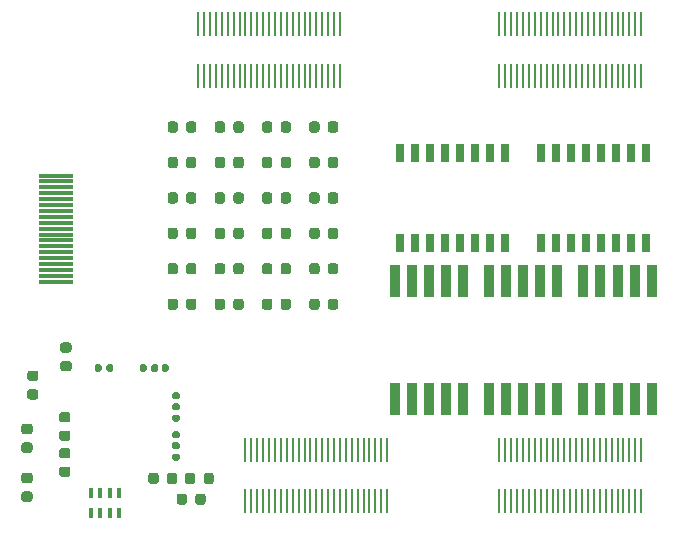
<source format=gbr>
G04 #@! TF.GenerationSoftware,KiCad,Pcbnew,(5.99.0-3349-gc9824bbd9)*
G04 #@! TF.CreationDate,2020-09-24T10:21:51-07:00*
G04 #@! TF.ProjectId,Alchitry_IO_Shield,416c6368-6974-4727-995f-494f5f536869,rev?*
G04 #@! TF.SameCoordinates,Original*
G04 #@! TF.FileFunction,Paste,Top*
G04 #@! TF.FilePolarity,Positive*
%FSLAX46Y46*%
G04 Gerber Fmt 4.6, Leading zero omitted, Abs format (unit mm)*
G04 Created by KiCad (PCBNEW (5.99.0-3349-gc9824bbd9)) date 2020-09-24 10:21:51*
%MOMM*%
%LPD*%
G01*
G04 APERTURE LIST*
%ADD10R,0.760000X1.600000*%
%ADD11R,0.250000X2.000000*%
%ADD12R,3.000000X0.300000*%
%ADD13R,0.900000X2.800000*%
%ADD14R,0.400000X0.900000*%
G04 APERTURE END LIST*
G36*
G01*
X30772500Y-51245000D02*
X30427500Y-51245000D01*
G75*
G02*
X30280000Y-51097500I0J147500D01*
G01*
X30280000Y-50802500D01*
G75*
G02*
X30427500Y-50655000I147500J0D01*
G01*
X30772500Y-50655000D01*
G75*
G02*
X30920000Y-50802500I0J-147500D01*
G01*
X30920000Y-51097500D01*
G75*
G02*
X30772500Y-51245000I-147500J0D01*
G01*
G37*
G36*
G01*
X30772500Y-50275000D02*
X30427500Y-50275000D01*
G75*
G02*
X30280000Y-50127500I0J147500D01*
G01*
X30280000Y-49832500D01*
G75*
G02*
X30427500Y-49685000I147500J0D01*
G01*
X30772500Y-49685000D01*
G75*
G02*
X30920000Y-49832500I0J-147500D01*
G01*
X30920000Y-50127500D01*
G75*
G02*
X30772500Y-50275000I-147500J0D01*
G01*
G37*
G36*
G01*
X30772500Y-49360000D02*
X30427500Y-49360000D01*
G75*
G02*
X30280000Y-49212500I0J147500D01*
G01*
X30280000Y-48917500D01*
G75*
G02*
X30427500Y-48770000I147500J0D01*
G01*
X30772500Y-48770000D01*
G75*
G02*
X30920000Y-48917500I0J-147500D01*
G01*
X30920000Y-49212500D01*
G75*
G02*
X30772500Y-49360000I-147500J0D01*
G01*
G37*
G36*
G01*
X25295000Y-43227500D02*
X25295000Y-43572500D01*
G75*
G02*
X25147500Y-43720000I-147500J0D01*
G01*
X24852500Y-43720000D01*
G75*
G02*
X24705000Y-43572500I0J147500D01*
G01*
X24705000Y-43227500D01*
G75*
G02*
X24852500Y-43080000I147500J0D01*
G01*
X25147500Y-43080000D01*
G75*
G02*
X25295000Y-43227500I0J-147500D01*
G01*
G37*
G36*
G01*
X24325000Y-43227500D02*
X24325000Y-43572500D01*
G75*
G02*
X24177500Y-43720000I-147500J0D01*
G01*
X23882500Y-43720000D01*
G75*
G02*
X23735000Y-43572500I0J147500D01*
G01*
X23735000Y-43227500D01*
G75*
G02*
X23882500Y-43080000I147500J0D01*
G01*
X24177500Y-43080000D01*
G75*
G02*
X24325000Y-43227500I0J-147500D01*
G01*
G37*
D10*
X49555000Y-32810000D03*
X50825000Y-32810000D03*
X52095000Y-32810000D03*
X53365000Y-32810000D03*
X54635000Y-32810000D03*
X55905000Y-32810000D03*
X57175000Y-32810000D03*
X58445000Y-32810000D03*
X58445000Y-25190000D03*
X57175000Y-25190000D03*
X55905000Y-25190000D03*
X54635000Y-25190000D03*
X53365000Y-25190000D03*
X52095000Y-25190000D03*
X50825000Y-25190000D03*
X49555000Y-25190000D03*
D11*
X32500000Y-18700000D03*
X33000000Y-18700000D03*
X33500000Y-18700000D03*
X34000000Y-18700000D03*
X34500000Y-18700000D03*
X35000000Y-18700000D03*
X35500000Y-18700000D03*
X36000000Y-18700000D03*
X36500000Y-18700000D03*
X37000000Y-18700000D03*
X37500000Y-18700000D03*
X38000000Y-18700000D03*
X38500000Y-18700000D03*
X39000000Y-18700000D03*
X39500000Y-18700000D03*
X40000000Y-18700000D03*
X40500000Y-18700000D03*
X41000000Y-18700000D03*
X41500000Y-18700000D03*
X42000000Y-18700000D03*
X42500000Y-18700000D03*
X43000000Y-18700000D03*
X43500000Y-18700000D03*
X44000000Y-18700000D03*
X44500000Y-18700000D03*
X44500000Y-14300000D03*
X44000000Y-14300000D03*
X43500000Y-14300000D03*
X43000000Y-14300000D03*
X42500000Y-14300000D03*
X42000000Y-14300000D03*
X41500000Y-14300000D03*
X41000000Y-14300000D03*
X40500000Y-14300000D03*
X40000000Y-14300000D03*
X39500000Y-14300000D03*
X39000000Y-14300000D03*
X38500000Y-14300000D03*
X38000000Y-14300000D03*
X37500000Y-14300000D03*
X37000000Y-14300000D03*
X36500000Y-14300000D03*
X36000000Y-14300000D03*
X35500000Y-14300000D03*
X35000000Y-14300000D03*
X34500000Y-14300000D03*
X34000000Y-14300000D03*
X33500000Y-14300000D03*
X33000000Y-14300000D03*
X32500000Y-14300000D03*
X58000000Y-18700000D03*
X58500000Y-18700000D03*
X59000000Y-18700000D03*
X59500000Y-18700000D03*
X60000000Y-18700000D03*
X60500000Y-18700000D03*
X61000000Y-18700000D03*
X61500000Y-18700000D03*
X62000000Y-18700000D03*
X62500000Y-18700000D03*
X63000000Y-18700000D03*
X63500000Y-18700000D03*
X64000000Y-18700000D03*
X64500000Y-18700000D03*
X65000000Y-18700000D03*
X65500000Y-18700000D03*
X66000000Y-18700000D03*
X66500000Y-18700000D03*
X67000000Y-18700000D03*
X67500000Y-18700000D03*
X68000000Y-18700000D03*
X68500000Y-18700000D03*
X69000000Y-18700000D03*
X69500000Y-18700000D03*
X70000000Y-18700000D03*
X70000000Y-14300000D03*
X69500000Y-14300000D03*
X69000000Y-14300000D03*
X68500000Y-14300000D03*
X68000000Y-14300000D03*
X67500000Y-14300000D03*
X67000000Y-14300000D03*
X66500000Y-14300000D03*
X66000000Y-14300000D03*
X65500000Y-14300000D03*
X65000000Y-14300000D03*
X64500000Y-14300000D03*
X64000000Y-14300000D03*
X63500000Y-14300000D03*
X63000000Y-14300000D03*
X62500000Y-14300000D03*
X62000000Y-14300000D03*
X61500000Y-14300000D03*
X61000000Y-14300000D03*
X60500000Y-14300000D03*
X60000000Y-14300000D03*
X59500000Y-14300000D03*
X59000000Y-14300000D03*
X58500000Y-14300000D03*
X58000000Y-14300000D03*
X36500000Y-54700000D03*
X37000000Y-54700000D03*
X37500000Y-54700000D03*
X38000000Y-54700000D03*
X38500000Y-54700000D03*
X39000000Y-54700000D03*
X39500000Y-54700000D03*
X40000000Y-54700000D03*
X40500000Y-54700000D03*
X41000000Y-54700000D03*
X41500000Y-54700000D03*
X42000000Y-54700000D03*
X42500000Y-54700000D03*
X43000000Y-54700000D03*
X43500000Y-54700000D03*
X44000000Y-54700000D03*
X44500000Y-54700000D03*
X45000000Y-54700000D03*
X45500000Y-54700000D03*
X46000000Y-54700000D03*
X46500000Y-54700000D03*
X47000000Y-54700000D03*
X47500000Y-54700000D03*
X48000000Y-54700000D03*
X48500000Y-54700000D03*
X48500000Y-50300000D03*
X48000000Y-50300000D03*
X47500000Y-50300000D03*
X47000000Y-50300000D03*
X46500000Y-50300000D03*
X46000000Y-50300000D03*
X45500000Y-50300000D03*
X45000000Y-50300000D03*
X44500000Y-50300000D03*
X44000000Y-50300000D03*
X43500000Y-50300000D03*
X43000000Y-50300000D03*
X42500000Y-50300000D03*
X42000000Y-50300000D03*
X41500000Y-50300000D03*
X41000000Y-50300000D03*
X40500000Y-50300000D03*
X40000000Y-50300000D03*
X39500000Y-50300000D03*
X39000000Y-50300000D03*
X38500000Y-50300000D03*
X38000000Y-50300000D03*
X37500000Y-50300000D03*
X37000000Y-50300000D03*
X36500000Y-50300000D03*
X58000000Y-54700000D03*
X58500000Y-54700000D03*
X59000000Y-54700000D03*
X59500000Y-54700000D03*
X60000000Y-54700000D03*
X60500000Y-54700000D03*
X61000000Y-54700000D03*
X61500000Y-54700000D03*
X62000000Y-54700000D03*
X62500000Y-54700000D03*
X63000000Y-54700000D03*
X63500000Y-54700000D03*
X64000000Y-54700000D03*
X64500000Y-54700000D03*
X65000000Y-54700000D03*
X65500000Y-54700000D03*
X66000000Y-54700000D03*
X66500000Y-54700000D03*
X67000000Y-54700000D03*
X67500000Y-54700000D03*
X68000000Y-54700000D03*
X68500000Y-54700000D03*
X69000000Y-54700000D03*
X69500000Y-54700000D03*
X70000000Y-54700000D03*
X70000000Y-50300000D03*
X69500000Y-50300000D03*
X69000000Y-50300000D03*
X68500000Y-50300000D03*
X68000000Y-50300000D03*
X67500000Y-50300000D03*
X67000000Y-50300000D03*
X66500000Y-50300000D03*
X66000000Y-50300000D03*
X65500000Y-50300000D03*
X65000000Y-50300000D03*
X64500000Y-50300000D03*
X64000000Y-50300000D03*
X63500000Y-50300000D03*
X63000000Y-50300000D03*
X62500000Y-50300000D03*
X62000000Y-50300000D03*
X61500000Y-50300000D03*
X61000000Y-50300000D03*
X60500000Y-50300000D03*
X60000000Y-50300000D03*
X59500000Y-50300000D03*
X59000000Y-50300000D03*
X58500000Y-50300000D03*
X58000000Y-50300000D03*
D12*
X20500000Y-36100000D03*
X20500000Y-35600000D03*
X20500000Y-35100000D03*
X20500000Y-34600000D03*
X20500000Y-34100000D03*
X20500000Y-33600000D03*
X20500000Y-33100000D03*
X20500000Y-32600000D03*
X20500000Y-32100000D03*
X20500000Y-31600000D03*
X20500000Y-31100000D03*
X20500000Y-30600000D03*
X20500000Y-30100000D03*
X20500000Y-29600000D03*
X20500000Y-29100000D03*
X20500000Y-28600000D03*
X20500000Y-28100000D03*
X20500000Y-27600000D03*
X20500000Y-27100000D03*
G36*
G01*
X30772500Y-47945000D02*
X30427500Y-47945000D01*
G75*
G02*
X30280000Y-47797500I0J147500D01*
G01*
X30280000Y-47502500D01*
G75*
G02*
X30427500Y-47355000I147500J0D01*
G01*
X30772500Y-47355000D01*
G75*
G02*
X30920000Y-47502500I0J-147500D01*
G01*
X30920000Y-47797500D01*
G75*
G02*
X30772500Y-47945000I-147500J0D01*
G01*
G37*
G36*
G01*
X30772500Y-46975000D02*
X30427500Y-46975000D01*
G75*
G02*
X30280000Y-46827500I0J147500D01*
G01*
X30280000Y-46532500D01*
G75*
G02*
X30427500Y-46385000I147500J0D01*
G01*
X30772500Y-46385000D01*
G75*
G02*
X30920000Y-46532500I0J-147500D01*
G01*
X30920000Y-46827500D01*
G75*
G02*
X30772500Y-46975000I-147500J0D01*
G01*
G37*
G36*
G01*
X30772500Y-46060000D02*
X30427500Y-46060000D01*
G75*
G02*
X30280000Y-45912500I0J147500D01*
G01*
X30280000Y-45617500D01*
G75*
G02*
X30427500Y-45470000I147500J0D01*
G01*
X30772500Y-45470000D01*
G75*
G02*
X30920000Y-45617500I0J-147500D01*
G01*
X30920000Y-45912500D01*
G75*
G02*
X30772500Y-46060000I-147500J0D01*
G01*
G37*
G36*
G01*
X27535000Y-43572500D02*
X27535000Y-43227500D01*
G75*
G02*
X27682500Y-43080000I147500J0D01*
G01*
X27977500Y-43080000D01*
G75*
G02*
X28125000Y-43227500I0J-147500D01*
G01*
X28125000Y-43572500D01*
G75*
G02*
X27977500Y-43720000I-147500J0D01*
G01*
X27682500Y-43720000D01*
G75*
G02*
X27535000Y-43572500I0J147500D01*
G01*
G37*
G36*
G01*
X28505000Y-43572500D02*
X28505000Y-43227500D01*
G75*
G02*
X28652500Y-43080000I147500J0D01*
G01*
X28947500Y-43080000D01*
G75*
G02*
X29095000Y-43227500I0J-147500D01*
G01*
X29095000Y-43572500D01*
G75*
G02*
X28947500Y-43720000I-147500J0D01*
G01*
X28652500Y-43720000D01*
G75*
G02*
X28505000Y-43572500I0J147500D01*
G01*
G37*
G36*
G01*
X29420000Y-43572500D02*
X29420000Y-43227500D01*
G75*
G02*
X29567500Y-43080000I147500J0D01*
G01*
X29862500Y-43080000D01*
G75*
G02*
X30010000Y-43227500I0J-147500D01*
G01*
X30010000Y-43572500D01*
G75*
G02*
X29862500Y-43720000I-147500J0D01*
G01*
X29567500Y-43720000D01*
G75*
G02*
X29420000Y-43572500I0J147500D01*
G01*
G37*
D13*
X57120000Y-46000000D03*
X58560000Y-46000000D03*
X60000000Y-46000000D03*
X61440000Y-46000000D03*
X62880000Y-46000000D03*
X62880000Y-36000000D03*
X61440000Y-36000000D03*
X60000000Y-36000000D03*
X58560000Y-36000000D03*
X57120000Y-36000000D03*
D10*
X61555000Y-32810000D03*
X62825000Y-32810000D03*
X64095000Y-32810000D03*
X65365000Y-32810000D03*
X66635000Y-32810000D03*
X67905000Y-32810000D03*
X69175000Y-32810000D03*
X70445000Y-32810000D03*
X70445000Y-25190000D03*
X69175000Y-25190000D03*
X67905000Y-25190000D03*
X66635000Y-25190000D03*
X65365000Y-25190000D03*
X64095000Y-25190000D03*
X62825000Y-25190000D03*
X61555000Y-25190000D03*
G36*
G01*
X29900000Y-35256250D02*
X29900000Y-34743750D01*
G75*
G02*
X30118750Y-34525000I218750J0D01*
G01*
X30556250Y-34525000D01*
G75*
G02*
X30775000Y-34743750I0J-218750D01*
G01*
X30775000Y-35256250D01*
G75*
G02*
X30556250Y-35475000I-218750J0D01*
G01*
X30118750Y-35475000D01*
G75*
G02*
X29900000Y-35256250I0J218750D01*
G01*
G37*
G36*
G01*
X31475000Y-35256250D02*
X31475000Y-34743750D01*
G75*
G02*
X31693750Y-34525000I218750J0D01*
G01*
X32131250Y-34525000D01*
G75*
G02*
X32350000Y-34743750I0J-218750D01*
G01*
X32350000Y-35256250D01*
G75*
G02*
X32131250Y-35475000I-218750J0D01*
G01*
X31693750Y-35475000D01*
G75*
G02*
X31475000Y-35256250I0J218750D01*
G01*
G37*
G36*
G01*
X41900000Y-32256250D02*
X41900000Y-31743750D01*
G75*
G02*
X42118750Y-31525000I218750J0D01*
G01*
X42556250Y-31525000D01*
G75*
G02*
X42775000Y-31743750I0J-218750D01*
G01*
X42775000Y-32256250D01*
G75*
G02*
X42556250Y-32475000I-218750J0D01*
G01*
X42118750Y-32475000D01*
G75*
G02*
X41900000Y-32256250I0J218750D01*
G01*
G37*
G36*
G01*
X43475000Y-32256250D02*
X43475000Y-31743750D01*
G75*
G02*
X43693750Y-31525000I218750J0D01*
G01*
X44131250Y-31525000D01*
G75*
G02*
X44350000Y-31743750I0J-218750D01*
G01*
X44350000Y-32256250D01*
G75*
G02*
X44131250Y-32475000I-218750J0D01*
G01*
X43693750Y-32475000D01*
G75*
G02*
X43475000Y-32256250I0J218750D01*
G01*
G37*
G36*
G01*
X33900000Y-32256250D02*
X33900000Y-31743750D01*
G75*
G02*
X34118750Y-31525000I218750J0D01*
G01*
X34556250Y-31525000D01*
G75*
G02*
X34775000Y-31743750I0J-218750D01*
G01*
X34775000Y-32256250D01*
G75*
G02*
X34556250Y-32475000I-218750J0D01*
G01*
X34118750Y-32475000D01*
G75*
G02*
X33900000Y-32256250I0J218750D01*
G01*
G37*
G36*
G01*
X35475000Y-32256250D02*
X35475000Y-31743750D01*
G75*
G02*
X35693750Y-31525000I218750J0D01*
G01*
X36131250Y-31525000D01*
G75*
G02*
X36350000Y-31743750I0J-218750D01*
G01*
X36350000Y-32256250D01*
G75*
G02*
X36131250Y-32475000I-218750J0D01*
G01*
X35693750Y-32475000D01*
G75*
G02*
X35475000Y-32256250I0J218750D01*
G01*
G37*
G36*
G01*
X37900000Y-38256250D02*
X37900000Y-37743750D01*
G75*
G02*
X38118750Y-37525000I218750J0D01*
G01*
X38556250Y-37525000D01*
G75*
G02*
X38775000Y-37743750I0J-218750D01*
G01*
X38775000Y-38256250D01*
G75*
G02*
X38556250Y-38475000I-218750J0D01*
G01*
X38118750Y-38475000D01*
G75*
G02*
X37900000Y-38256250I0J218750D01*
G01*
G37*
G36*
G01*
X39475000Y-38256250D02*
X39475000Y-37743750D01*
G75*
G02*
X39693750Y-37525000I218750J0D01*
G01*
X40131250Y-37525000D01*
G75*
G02*
X40350000Y-37743750I0J-218750D01*
G01*
X40350000Y-38256250D01*
G75*
G02*
X40131250Y-38475000I-218750J0D01*
G01*
X39693750Y-38475000D01*
G75*
G02*
X39475000Y-38256250I0J218750D01*
G01*
G37*
G36*
G01*
X41900000Y-38256250D02*
X41900000Y-37743750D01*
G75*
G02*
X42118750Y-37525000I218750J0D01*
G01*
X42556250Y-37525000D01*
G75*
G02*
X42775000Y-37743750I0J-218750D01*
G01*
X42775000Y-38256250D01*
G75*
G02*
X42556250Y-38475000I-218750J0D01*
G01*
X42118750Y-38475000D01*
G75*
G02*
X41900000Y-38256250I0J218750D01*
G01*
G37*
G36*
G01*
X43475000Y-38256250D02*
X43475000Y-37743750D01*
G75*
G02*
X43693750Y-37525000I218750J0D01*
G01*
X44131250Y-37525000D01*
G75*
G02*
X44350000Y-37743750I0J-218750D01*
G01*
X44350000Y-38256250D01*
G75*
G02*
X44131250Y-38475000I-218750J0D01*
G01*
X43693750Y-38475000D01*
G75*
G02*
X43475000Y-38256250I0J218750D01*
G01*
G37*
G36*
G01*
X29900000Y-38256250D02*
X29900000Y-37743750D01*
G75*
G02*
X30118750Y-37525000I218750J0D01*
G01*
X30556250Y-37525000D01*
G75*
G02*
X30775000Y-37743750I0J-218750D01*
G01*
X30775000Y-38256250D01*
G75*
G02*
X30556250Y-38475000I-218750J0D01*
G01*
X30118750Y-38475000D01*
G75*
G02*
X29900000Y-38256250I0J218750D01*
G01*
G37*
G36*
G01*
X31475000Y-38256250D02*
X31475000Y-37743750D01*
G75*
G02*
X31693750Y-37525000I218750J0D01*
G01*
X32131250Y-37525000D01*
G75*
G02*
X32350000Y-37743750I0J-218750D01*
G01*
X32350000Y-38256250D01*
G75*
G02*
X32131250Y-38475000I-218750J0D01*
G01*
X31693750Y-38475000D01*
G75*
G02*
X31475000Y-38256250I0J218750D01*
G01*
G37*
G36*
G01*
X41900000Y-29256250D02*
X41900000Y-28743750D01*
G75*
G02*
X42118750Y-28525000I218750J0D01*
G01*
X42556250Y-28525000D01*
G75*
G02*
X42775000Y-28743750I0J-218750D01*
G01*
X42775000Y-29256250D01*
G75*
G02*
X42556250Y-29475000I-218750J0D01*
G01*
X42118750Y-29475000D01*
G75*
G02*
X41900000Y-29256250I0J218750D01*
G01*
G37*
G36*
G01*
X43475000Y-29256250D02*
X43475000Y-28743750D01*
G75*
G02*
X43693750Y-28525000I218750J0D01*
G01*
X44131250Y-28525000D01*
G75*
G02*
X44350000Y-28743750I0J-218750D01*
G01*
X44350000Y-29256250D01*
G75*
G02*
X44131250Y-29475000I-218750J0D01*
G01*
X43693750Y-29475000D01*
G75*
G02*
X43475000Y-29256250I0J218750D01*
G01*
G37*
G36*
G01*
X33900000Y-35256250D02*
X33900000Y-34743750D01*
G75*
G02*
X34118750Y-34525000I218750J0D01*
G01*
X34556250Y-34525000D01*
G75*
G02*
X34775000Y-34743750I0J-218750D01*
G01*
X34775000Y-35256250D01*
G75*
G02*
X34556250Y-35475000I-218750J0D01*
G01*
X34118750Y-35475000D01*
G75*
G02*
X33900000Y-35256250I0J218750D01*
G01*
G37*
G36*
G01*
X35475000Y-35256250D02*
X35475000Y-34743750D01*
G75*
G02*
X35693750Y-34525000I218750J0D01*
G01*
X36131250Y-34525000D01*
G75*
G02*
X36350000Y-34743750I0J-218750D01*
G01*
X36350000Y-35256250D01*
G75*
G02*
X36131250Y-35475000I-218750J0D01*
G01*
X35693750Y-35475000D01*
G75*
G02*
X35475000Y-35256250I0J218750D01*
G01*
G37*
G36*
G01*
X41900000Y-35256250D02*
X41900000Y-34743750D01*
G75*
G02*
X42118750Y-34525000I218750J0D01*
G01*
X42556250Y-34525000D01*
G75*
G02*
X42775000Y-34743750I0J-218750D01*
G01*
X42775000Y-35256250D01*
G75*
G02*
X42556250Y-35475000I-218750J0D01*
G01*
X42118750Y-35475000D01*
G75*
G02*
X41900000Y-35256250I0J218750D01*
G01*
G37*
G36*
G01*
X43475000Y-35256250D02*
X43475000Y-34743750D01*
G75*
G02*
X43693750Y-34525000I218750J0D01*
G01*
X44131250Y-34525000D01*
G75*
G02*
X44350000Y-34743750I0J-218750D01*
G01*
X44350000Y-35256250D01*
G75*
G02*
X44131250Y-35475000I-218750J0D01*
G01*
X43693750Y-35475000D01*
G75*
G02*
X43475000Y-35256250I0J218750D01*
G01*
G37*
G36*
G01*
X29900000Y-32256250D02*
X29900000Y-31743750D01*
G75*
G02*
X30118750Y-31525000I218750J0D01*
G01*
X30556250Y-31525000D01*
G75*
G02*
X30775000Y-31743750I0J-218750D01*
G01*
X30775000Y-32256250D01*
G75*
G02*
X30556250Y-32475000I-218750J0D01*
G01*
X30118750Y-32475000D01*
G75*
G02*
X29900000Y-32256250I0J218750D01*
G01*
G37*
G36*
G01*
X31475000Y-32256250D02*
X31475000Y-31743750D01*
G75*
G02*
X31693750Y-31525000I218750J0D01*
G01*
X32131250Y-31525000D01*
G75*
G02*
X32350000Y-31743750I0J-218750D01*
G01*
X32350000Y-32256250D01*
G75*
G02*
X32131250Y-32475000I-218750J0D01*
G01*
X31693750Y-32475000D01*
G75*
G02*
X31475000Y-32256250I0J218750D01*
G01*
G37*
G36*
G01*
X37900000Y-29256250D02*
X37900000Y-28743750D01*
G75*
G02*
X38118750Y-28525000I218750J0D01*
G01*
X38556250Y-28525000D01*
G75*
G02*
X38775000Y-28743750I0J-218750D01*
G01*
X38775000Y-29256250D01*
G75*
G02*
X38556250Y-29475000I-218750J0D01*
G01*
X38118750Y-29475000D01*
G75*
G02*
X37900000Y-29256250I0J218750D01*
G01*
G37*
G36*
G01*
X39475000Y-29256250D02*
X39475000Y-28743750D01*
G75*
G02*
X39693750Y-28525000I218750J0D01*
G01*
X40131250Y-28525000D01*
G75*
G02*
X40350000Y-28743750I0J-218750D01*
G01*
X40350000Y-29256250D01*
G75*
G02*
X40131250Y-29475000I-218750J0D01*
G01*
X39693750Y-29475000D01*
G75*
G02*
X39475000Y-29256250I0J218750D01*
G01*
G37*
G36*
G01*
X37900000Y-35256250D02*
X37900000Y-34743750D01*
G75*
G02*
X38118750Y-34525000I218750J0D01*
G01*
X38556250Y-34525000D01*
G75*
G02*
X38775000Y-34743750I0J-218750D01*
G01*
X38775000Y-35256250D01*
G75*
G02*
X38556250Y-35475000I-218750J0D01*
G01*
X38118750Y-35475000D01*
G75*
G02*
X37900000Y-35256250I0J218750D01*
G01*
G37*
G36*
G01*
X39475000Y-35256250D02*
X39475000Y-34743750D01*
G75*
G02*
X39693750Y-34525000I218750J0D01*
G01*
X40131250Y-34525000D01*
G75*
G02*
X40350000Y-34743750I0J-218750D01*
G01*
X40350000Y-35256250D01*
G75*
G02*
X40131250Y-35475000I-218750J0D01*
G01*
X39693750Y-35475000D01*
G75*
G02*
X39475000Y-35256250I0J218750D01*
G01*
G37*
G36*
G01*
X33900000Y-29256250D02*
X33900000Y-28743750D01*
G75*
G02*
X34118750Y-28525000I218750J0D01*
G01*
X34556250Y-28525000D01*
G75*
G02*
X34775000Y-28743750I0J-218750D01*
G01*
X34775000Y-29256250D01*
G75*
G02*
X34556250Y-29475000I-218750J0D01*
G01*
X34118750Y-29475000D01*
G75*
G02*
X33900000Y-29256250I0J218750D01*
G01*
G37*
G36*
G01*
X35475000Y-29256250D02*
X35475000Y-28743750D01*
G75*
G02*
X35693750Y-28525000I218750J0D01*
G01*
X36131250Y-28525000D01*
G75*
G02*
X36350000Y-28743750I0J-218750D01*
G01*
X36350000Y-29256250D01*
G75*
G02*
X36131250Y-29475000I-218750J0D01*
G01*
X35693750Y-29475000D01*
G75*
G02*
X35475000Y-29256250I0J218750D01*
G01*
G37*
G36*
G01*
X37900000Y-32256250D02*
X37900000Y-31743750D01*
G75*
G02*
X38118750Y-31525000I218750J0D01*
G01*
X38556250Y-31525000D01*
G75*
G02*
X38775000Y-31743750I0J-218750D01*
G01*
X38775000Y-32256250D01*
G75*
G02*
X38556250Y-32475000I-218750J0D01*
G01*
X38118750Y-32475000D01*
G75*
G02*
X37900000Y-32256250I0J218750D01*
G01*
G37*
G36*
G01*
X39475000Y-32256250D02*
X39475000Y-31743750D01*
G75*
G02*
X39693750Y-31525000I218750J0D01*
G01*
X40131250Y-31525000D01*
G75*
G02*
X40350000Y-31743750I0J-218750D01*
G01*
X40350000Y-32256250D01*
G75*
G02*
X40131250Y-32475000I-218750J0D01*
G01*
X39693750Y-32475000D01*
G75*
G02*
X39475000Y-32256250I0J218750D01*
G01*
G37*
G36*
G01*
X33900000Y-38256250D02*
X33900000Y-37743750D01*
G75*
G02*
X34118750Y-37525000I218750J0D01*
G01*
X34556250Y-37525000D01*
G75*
G02*
X34775000Y-37743750I0J-218750D01*
G01*
X34775000Y-38256250D01*
G75*
G02*
X34556250Y-38475000I-218750J0D01*
G01*
X34118750Y-38475000D01*
G75*
G02*
X33900000Y-38256250I0J218750D01*
G01*
G37*
G36*
G01*
X35475000Y-38256250D02*
X35475000Y-37743750D01*
G75*
G02*
X35693750Y-37525000I218750J0D01*
G01*
X36131250Y-37525000D01*
G75*
G02*
X36350000Y-37743750I0J-218750D01*
G01*
X36350000Y-38256250D01*
G75*
G02*
X36131250Y-38475000I-218750J0D01*
G01*
X35693750Y-38475000D01*
G75*
G02*
X35475000Y-38256250I0J218750D01*
G01*
G37*
G36*
G01*
X29900000Y-29256250D02*
X29900000Y-28743750D01*
G75*
G02*
X30118750Y-28525000I218750J0D01*
G01*
X30556250Y-28525000D01*
G75*
G02*
X30775000Y-28743750I0J-218750D01*
G01*
X30775000Y-29256250D01*
G75*
G02*
X30556250Y-29475000I-218750J0D01*
G01*
X30118750Y-29475000D01*
G75*
G02*
X29900000Y-29256250I0J218750D01*
G01*
G37*
G36*
G01*
X31475000Y-29256250D02*
X31475000Y-28743750D01*
G75*
G02*
X31693750Y-28525000I218750J0D01*
G01*
X32131250Y-28525000D01*
G75*
G02*
X32350000Y-28743750I0J-218750D01*
G01*
X32350000Y-29256250D01*
G75*
G02*
X32131250Y-29475000I-218750J0D01*
G01*
X31693750Y-29475000D01*
G75*
G02*
X31475000Y-29256250I0J218750D01*
G01*
G37*
G36*
G01*
X41900000Y-26256250D02*
X41900000Y-25743750D01*
G75*
G02*
X42118750Y-25525000I218750J0D01*
G01*
X42556250Y-25525000D01*
G75*
G02*
X42775000Y-25743750I0J-218750D01*
G01*
X42775000Y-26256250D01*
G75*
G02*
X42556250Y-26475000I-218750J0D01*
G01*
X42118750Y-26475000D01*
G75*
G02*
X41900000Y-26256250I0J218750D01*
G01*
G37*
G36*
G01*
X43475000Y-26256250D02*
X43475000Y-25743750D01*
G75*
G02*
X43693750Y-25525000I218750J0D01*
G01*
X44131250Y-25525000D01*
G75*
G02*
X44350000Y-25743750I0J-218750D01*
G01*
X44350000Y-26256250D01*
G75*
G02*
X44131250Y-26475000I-218750J0D01*
G01*
X43693750Y-26475000D01*
G75*
G02*
X43475000Y-26256250I0J218750D01*
G01*
G37*
G36*
G01*
X37900000Y-26256250D02*
X37900000Y-25743750D01*
G75*
G02*
X38118750Y-25525000I218750J0D01*
G01*
X38556250Y-25525000D01*
G75*
G02*
X38775000Y-25743750I0J-218750D01*
G01*
X38775000Y-26256250D01*
G75*
G02*
X38556250Y-26475000I-218750J0D01*
G01*
X38118750Y-26475000D01*
G75*
G02*
X37900000Y-26256250I0J218750D01*
G01*
G37*
G36*
G01*
X39475000Y-26256250D02*
X39475000Y-25743750D01*
G75*
G02*
X39693750Y-25525000I218750J0D01*
G01*
X40131250Y-25525000D01*
G75*
G02*
X40350000Y-25743750I0J-218750D01*
G01*
X40350000Y-26256250D01*
G75*
G02*
X40131250Y-26475000I-218750J0D01*
G01*
X39693750Y-26475000D01*
G75*
G02*
X39475000Y-26256250I0J218750D01*
G01*
G37*
G36*
G01*
X33900000Y-26256250D02*
X33900000Y-25743750D01*
G75*
G02*
X34118750Y-25525000I218750J0D01*
G01*
X34556250Y-25525000D01*
G75*
G02*
X34775000Y-25743750I0J-218750D01*
G01*
X34775000Y-26256250D01*
G75*
G02*
X34556250Y-26475000I-218750J0D01*
G01*
X34118750Y-26475000D01*
G75*
G02*
X33900000Y-26256250I0J218750D01*
G01*
G37*
G36*
G01*
X35475000Y-26256250D02*
X35475000Y-25743750D01*
G75*
G02*
X35693750Y-25525000I218750J0D01*
G01*
X36131250Y-25525000D01*
G75*
G02*
X36350000Y-25743750I0J-218750D01*
G01*
X36350000Y-26256250D01*
G75*
G02*
X36131250Y-26475000I-218750J0D01*
G01*
X35693750Y-26475000D01*
G75*
G02*
X35475000Y-26256250I0J218750D01*
G01*
G37*
G36*
G01*
X29900000Y-26256250D02*
X29900000Y-25743750D01*
G75*
G02*
X30118750Y-25525000I218750J0D01*
G01*
X30556250Y-25525000D01*
G75*
G02*
X30775000Y-25743750I0J-218750D01*
G01*
X30775000Y-26256250D01*
G75*
G02*
X30556250Y-26475000I-218750J0D01*
G01*
X30118750Y-26475000D01*
G75*
G02*
X29900000Y-26256250I0J218750D01*
G01*
G37*
G36*
G01*
X31475000Y-26256250D02*
X31475000Y-25743750D01*
G75*
G02*
X31693750Y-25525000I218750J0D01*
G01*
X32131250Y-25525000D01*
G75*
G02*
X32350000Y-25743750I0J-218750D01*
G01*
X32350000Y-26256250D01*
G75*
G02*
X32131250Y-26475000I-218750J0D01*
G01*
X31693750Y-26475000D01*
G75*
G02*
X31475000Y-26256250I0J218750D01*
G01*
G37*
G36*
G01*
X41900000Y-23256250D02*
X41900000Y-22743750D01*
G75*
G02*
X42118750Y-22525000I218750J0D01*
G01*
X42556250Y-22525000D01*
G75*
G02*
X42775000Y-22743750I0J-218750D01*
G01*
X42775000Y-23256250D01*
G75*
G02*
X42556250Y-23475000I-218750J0D01*
G01*
X42118750Y-23475000D01*
G75*
G02*
X41900000Y-23256250I0J218750D01*
G01*
G37*
G36*
G01*
X43475000Y-23256250D02*
X43475000Y-22743750D01*
G75*
G02*
X43693750Y-22525000I218750J0D01*
G01*
X44131250Y-22525000D01*
G75*
G02*
X44350000Y-22743750I0J-218750D01*
G01*
X44350000Y-23256250D01*
G75*
G02*
X44131250Y-23475000I-218750J0D01*
G01*
X43693750Y-23475000D01*
G75*
G02*
X43475000Y-23256250I0J218750D01*
G01*
G37*
G36*
G01*
X29900000Y-23256250D02*
X29900000Y-22743750D01*
G75*
G02*
X30118750Y-22525000I218750J0D01*
G01*
X30556250Y-22525000D01*
G75*
G02*
X30775000Y-22743750I0J-218750D01*
G01*
X30775000Y-23256250D01*
G75*
G02*
X30556250Y-23475000I-218750J0D01*
G01*
X30118750Y-23475000D01*
G75*
G02*
X29900000Y-23256250I0J218750D01*
G01*
G37*
G36*
G01*
X31475000Y-23256250D02*
X31475000Y-22743750D01*
G75*
G02*
X31693750Y-22525000I218750J0D01*
G01*
X32131250Y-22525000D01*
G75*
G02*
X32350000Y-22743750I0J-218750D01*
G01*
X32350000Y-23256250D01*
G75*
G02*
X32131250Y-23475000I-218750J0D01*
G01*
X31693750Y-23475000D01*
G75*
G02*
X31475000Y-23256250I0J218750D01*
G01*
G37*
G36*
G01*
X37900000Y-23256250D02*
X37900000Y-22743750D01*
G75*
G02*
X38118750Y-22525000I218750J0D01*
G01*
X38556250Y-22525000D01*
G75*
G02*
X38775000Y-22743750I0J-218750D01*
G01*
X38775000Y-23256250D01*
G75*
G02*
X38556250Y-23475000I-218750J0D01*
G01*
X38118750Y-23475000D01*
G75*
G02*
X37900000Y-23256250I0J218750D01*
G01*
G37*
G36*
G01*
X39475000Y-23256250D02*
X39475000Y-22743750D01*
G75*
G02*
X39693750Y-22525000I218750J0D01*
G01*
X40131250Y-22525000D01*
G75*
G02*
X40350000Y-22743750I0J-218750D01*
G01*
X40350000Y-23256250D01*
G75*
G02*
X40131250Y-23475000I-218750J0D01*
G01*
X39693750Y-23475000D01*
G75*
G02*
X39475000Y-23256250I0J218750D01*
G01*
G37*
G36*
G01*
X33900000Y-23256250D02*
X33900000Y-22743750D01*
G75*
G02*
X34118750Y-22525000I218750J0D01*
G01*
X34556250Y-22525000D01*
G75*
G02*
X34775000Y-22743750I0J-218750D01*
G01*
X34775000Y-23256250D01*
G75*
G02*
X34556250Y-23475000I-218750J0D01*
G01*
X34118750Y-23475000D01*
G75*
G02*
X33900000Y-23256250I0J218750D01*
G01*
G37*
G36*
G01*
X35475000Y-23256250D02*
X35475000Y-22743750D01*
G75*
G02*
X35693750Y-22525000I218750J0D01*
G01*
X36131250Y-22525000D01*
G75*
G02*
X36350000Y-22743750I0J-218750D01*
G01*
X36350000Y-23256250D01*
G75*
G02*
X36131250Y-23475000I-218750J0D01*
G01*
X35693750Y-23475000D01*
G75*
G02*
X35475000Y-23256250I0J218750D01*
G01*
G37*
D13*
X65120000Y-46000000D03*
X66560000Y-46000000D03*
X68000000Y-46000000D03*
X69440000Y-46000000D03*
X70880000Y-46000000D03*
X70880000Y-36000000D03*
X69440000Y-36000000D03*
X68000000Y-36000000D03*
X66560000Y-36000000D03*
X65120000Y-36000000D03*
X49120000Y-46000000D03*
X50560000Y-46000000D03*
X52000000Y-46000000D03*
X53440000Y-46000000D03*
X54880000Y-46000000D03*
X54880000Y-36000000D03*
X53440000Y-36000000D03*
X52000000Y-36000000D03*
X50560000Y-36000000D03*
X49120000Y-36000000D03*
G36*
G01*
X18256250Y-50575000D02*
X17743750Y-50575000D01*
G75*
G02*
X17525000Y-50356250I0J218750D01*
G01*
X17525000Y-49918750D01*
G75*
G02*
X17743750Y-49700000I218750J0D01*
G01*
X18256250Y-49700000D01*
G75*
G02*
X18475000Y-49918750I0J-218750D01*
G01*
X18475000Y-50356250D01*
G75*
G02*
X18256250Y-50575000I-218750J0D01*
G01*
G37*
G36*
G01*
X18256250Y-49000000D02*
X17743750Y-49000000D01*
G75*
G02*
X17525000Y-48781250I0J218750D01*
G01*
X17525000Y-48343750D01*
G75*
G02*
X17743750Y-48125000I218750J0D01*
G01*
X18256250Y-48125000D01*
G75*
G02*
X18475000Y-48343750I0J-218750D01*
G01*
X18475000Y-48781250D01*
G75*
G02*
X18256250Y-49000000I-218750J0D01*
G01*
G37*
G36*
G01*
X30675000Y-54756250D02*
X30675000Y-54243750D01*
G75*
G02*
X30893750Y-54025000I218750J0D01*
G01*
X31331250Y-54025000D01*
G75*
G02*
X31550000Y-54243750I0J-218750D01*
G01*
X31550000Y-54756250D01*
G75*
G02*
X31331250Y-54975000I-218750J0D01*
G01*
X30893750Y-54975000D01*
G75*
G02*
X30675000Y-54756250I0J218750D01*
G01*
G37*
G36*
G01*
X32250000Y-54756250D02*
X32250000Y-54243750D01*
G75*
G02*
X32468750Y-54025000I218750J0D01*
G01*
X32906250Y-54025000D01*
G75*
G02*
X33125000Y-54243750I0J-218750D01*
G01*
X33125000Y-54756250D01*
G75*
G02*
X32906250Y-54975000I-218750J0D01*
G01*
X32468750Y-54975000D01*
G75*
G02*
X32250000Y-54756250I0J218750D01*
G01*
G37*
G36*
G01*
X18756250Y-46075000D02*
X18243750Y-46075000D01*
G75*
G02*
X18025000Y-45856250I0J218750D01*
G01*
X18025000Y-45418750D01*
G75*
G02*
X18243750Y-45200000I218750J0D01*
G01*
X18756250Y-45200000D01*
G75*
G02*
X18975000Y-45418750I0J-218750D01*
G01*
X18975000Y-45856250D01*
G75*
G02*
X18756250Y-46075000I-218750J0D01*
G01*
G37*
G36*
G01*
X18756250Y-44500000D02*
X18243750Y-44500000D01*
G75*
G02*
X18025000Y-44281250I0J218750D01*
G01*
X18025000Y-43843750D01*
G75*
G02*
X18243750Y-43625000I218750J0D01*
G01*
X18756250Y-43625000D01*
G75*
G02*
X18975000Y-43843750I0J-218750D01*
G01*
X18975000Y-44281250D01*
G75*
G02*
X18756250Y-44500000I-218750J0D01*
G01*
G37*
G36*
G01*
X18256250Y-54725000D02*
X17743750Y-54725000D01*
G75*
G02*
X17525000Y-54506250I0J218750D01*
G01*
X17525000Y-54068750D01*
G75*
G02*
X17743750Y-53850000I218750J0D01*
G01*
X18256250Y-53850000D01*
G75*
G02*
X18475000Y-54068750I0J-218750D01*
G01*
X18475000Y-54506250D01*
G75*
G02*
X18256250Y-54725000I-218750J0D01*
G01*
G37*
G36*
G01*
X18256250Y-53150000D02*
X17743750Y-53150000D01*
G75*
G02*
X17525000Y-52931250I0J218750D01*
G01*
X17525000Y-52493750D01*
G75*
G02*
X17743750Y-52275000I218750J0D01*
G01*
X18256250Y-52275000D01*
G75*
G02*
X18475000Y-52493750I0J-218750D01*
G01*
X18475000Y-52931250D01*
G75*
G02*
X18256250Y-53150000I-218750J0D01*
G01*
G37*
D14*
X25800000Y-54000000D03*
X25000000Y-54000000D03*
X24200000Y-54000000D03*
X23400000Y-54000000D03*
X23400000Y-55700000D03*
X24200000Y-55700000D03*
X25000000Y-55700000D03*
X25800000Y-55700000D03*
G36*
G01*
X21456250Y-52625000D02*
X20943750Y-52625000D01*
G75*
G02*
X20725000Y-52406250I0J218750D01*
G01*
X20725000Y-51968750D01*
G75*
G02*
X20943750Y-51750000I218750J0D01*
G01*
X21456250Y-51750000D01*
G75*
G02*
X21675000Y-51968750I0J-218750D01*
G01*
X21675000Y-52406250D01*
G75*
G02*
X21456250Y-52625000I-218750J0D01*
G01*
G37*
G36*
G01*
X21456250Y-51050000D02*
X20943750Y-51050000D01*
G75*
G02*
X20725000Y-50831250I0J218750D01*
G01*
X20725000Y-50393750D01*
G75*
G02*
X20943750Y-50175000I218750J0D01*
G01*
X21456250Y-50175000D01*
G75*
G02*
X21675000Y-50393750I0J-218750D01*
G01*
X21675000Y-50831250D01*
G75*
G02*
X21456250Y-51050000I-218750J0D01*
G01*
G37*
G36*
G01*
X20943750Y-47125000D02*
X21456250Y-47125000D01*
G75*
G02*
X21675000Y-47343750I0J-218750D01*
G01*
X21675000Y-47781250D01*
G75*
G02*
X21456250Y-48000000I-218750J0D01*
G01*
X20943750Y-48000000D01*
G75*
G02*
X20725000Y-47781250I0J218750D01*
G01*
X20725000Y-47343750D01*
G75*
G02*
X20943750Y-47125000I218750J0D01*
G01*
G37*
G36*
G01*
X20943750Y-48700000D02*
X21456250Y-48700000D01*
G75*
G02*
X21675000Y-48918750I0J-218750D01*
G01*
X21675000Y-49356250D01*
G75*
G02*
X21456250Y-49575000I-218750J0D01*
G01*
X20943750Y-49575000D01*
G75*
G02*
X20725000Y-49356250I0J218750D01*
G01*
X20725000Y-48918750D01*
G75*
G02*
X20943750Y-48700000I218750J0D01*
G01*
G37*
G36*
G01*
X28275000Y-53006250D02*
X28275000Y-52493750D01*
G75*
G02*
X28493750Y-52275000I218750J0D01*
G01*
X28931250Y-52275000D01*
G75*
G02*
X29150000Y-52493750I0J-218750D01*
G01*
X29150000Y-53006250D01*
G75*
G02*
X28931250Y-53225000I-218750J0D01*
G01*
X28493750Y-53225000D01*
G75*
G02*
X28275000Y-53006250I0J218750D01*
G01*
G37*
G36*
G01*
X29850000Y-53006250D02*
X29850000Y-52493750D01*
G75*
G02*
X30068750Y-52275000I218750J0D01*
G01*
X30506250Y-52275000D01*
G75*
G02*
X30725000Y-52493750I0J-218750D01*
G01*
X30725000Y-53006250D01*
G75*
G02*
X30506250Y-53225000I-218750J0D01*
G01*
X30068750Y-53225000D01*
G75*
G02*
X29850000Y-53006250I0J218750D01*
G01*
G37*
G36*
G01*
X21043750Y-41225000D02*
X21556250Y-41225000D01*
G75*
G02*
X21775000Y-41443750I0J-218750D01*
G01*
X21775000Y-41881250D01*
G75*
G02*
X21556250Y-42100000I-218750J0D01*
G01*
X21043750Y-42100000D01*
G75*
G02*
X20825000Y-41881250I0J218750D01*
G01*
X20825000Y-41443750D01*
G75*
G02*
X21043750Y-41225000I218750J0D01*
G01*
G37*
G36*
G01*
X21043750Y-42800000D02*
X21556250Y-42800000D01*
G75*
G02*
X21775000Y-43018750I0J-218750D01*
G01*
X21775000Y-43456250D01*
G75*
G02*
X21556250Y-43675000I-218750J0D01*
G01*
X21043750Y-43675000D01*
G75*
G02*
X20825000Y-43456250I0J218750D01*
G01*
X20825000Y-43018750D01*
G75*
G02*
X21043750Y-42800000I218750J0D01*
G01*
G37*
G36*
G01*
X31375000Y-53006250D02*
X31375000Y-52493750D01*
G75*
G02*
X31593750Y-52275000I218750J0D01*
G01*
X32031250Y-52275000D01*
G75*
G02*
X32250000Y-52493750I0J-218750D01*
G01*
X32250000Y-53006250D01*
G75*
G02*
X32031250Y-53225000I-218750J0D01*
G01*
X31593750Y-53225000D01*
G75*
G02*
X31375000Y-53006250I0J218750D01*
G01*
G37*
G36*
G01*
X32950000Y-53006250D02*
X32950000Y-52493750D01*
G75*
G02*
X33168750Y-52275000I218750J0D01*
G01*
X33606250Y-52275000D01*
G75*
G02*
X33825000Y-52493750I0J-218750D01*
G01*
X33825000Y-53006250D01*
G75*
G02*
X33606250Y-53225000I-218750J0D01*
G01*
X33168750Y-53225000D01*
G75*
G02*
X32950000Y-53006250I0J218750D01*
G01*
G37*
M02*

</source>
